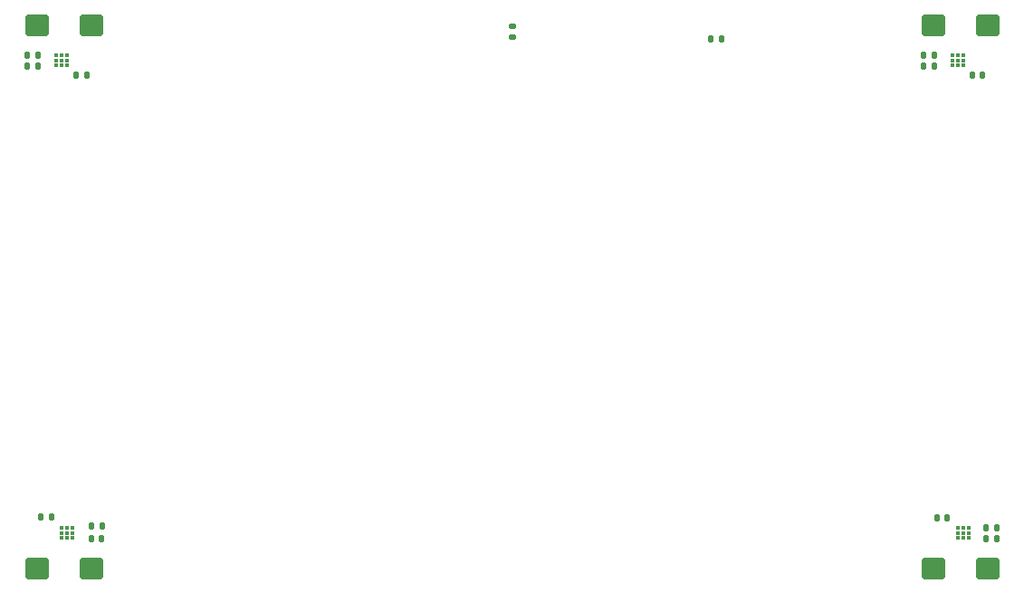
<source format=gbr>
%TF.GenerationSoftware,KiCad,Pcbnew,(5.99.0-12298-gc84619cd7f)*%
%TF.CreationDate,2021-09-28T06:55:20-06:00*%
%TF.ProjectId,VRduino 2,56526475-696e-46f2-9032-2e6b69636164,D*%
%TF.SameCoordinates,Original*%
%TF.FileFunction,Paste,Top*%
%TF.FilePolarity,Positive*%
%FSLAX46Y46*%
G04 Gerber Fmt 4.6, Leading zero omitted, Abs format (unit mm)*
G04 Created by KiCad (PCBNEW (5.99.0-12298-gc84619cd7f)) date 2021-09-28 06:55:20*
%MOMM*%
%LPD*%
G01*
G04 APERTURE LIST*
G04 Aperture macros list*
%AMRoundRect*
0 Rectangle with rounded corners*
0 $1 Rounding radius*
0 $2 $3 $4 $5 $6 $7 $8 $9 X,Y pos of 4 corners*
0 Add a 4 corners polygon primitive as box body*
4,1,4,$2,$3,$4,$5,$6,$7,$8,$9,$2,$3,0*
0 Add four circle primitives for the rounded corners*
1,1,$1+$1,$2,$3*
1,1,$1+$1,$4,$5*
1,1,$1+$1,$6,$7*
1,1,$1+$1,$8,$9*
0 Add four rect primitives between the rounded corners*
20,1,$1+$1,$2,$3,$4,$5,0*
20,1,$1+$1,$4,$5,$6,$7,0*
20,1,$1+$1,$6,$7,$8,$9,0*
20,1,$1+$1,$8,$9,$2,$3,0*%
G04 Aperture macros list end*
%ADD10C,0.368400*%
%ADD11RoundRect,0.140000X-0.140000X-0.170000X0.140000X-0.170000X0.140000X0.170000X-0.140000X0.170000X0*%
%ADD12RoundRect,0.140000X0.140000X0.170000X-0.140000X0.170000X-0.140000X-0.170000X0.140000X-0.170000X0*%
%ADD13RoundRect,0.250000X-0.850000X-0.750000X0.850000X-0.750000X0.850000X0.750000X-0.850000X0.750000X0*%
%ADD14RoundRect,0.250000X0.850000X0.750000X-0.850000X0.750000X-0.850000X-0.750000X0.850000X-0.750000X0*%
%ADD15RoundRect,0.135000X-0.135000X-0.185000X0.135000X-0.185000X0.135000X0.185000X-0.135000X0.185000X0*%
%ADD16RoundRect,0.135000X0.135000X0.185000X-0.135000X0.185000X-0.135000X-0.185000X0.135000X-0.185000X0*%
%ADD17RoundRect,0.147500X-0.172500X0.147500X-0.172500X-0.147500X0.172500X-0.147500X0.172500X0.147500X0*%
G04 APERTURE END LIST*
D10*
%TO.C,U3*%
X114816000Y-70112000D03*
X115316000Y-70112000D03*
X115816000Y-70112000D03*
X114816000Y-70612000D03*
X115316000Y-70612000D03*
X115816000Y-70612000D03*
X114816000Y-71112000D03*
X115316000Y-71112000D03*
X115816000Y-71112000D03*
%TD*%
%TO.C,U1*%
X198644000Y-70112000D03*
X199144000Y-70112000D03*
X199644000Y-70112000D03*
X198644000Y-70612000D03*
X199144000Y-70612000D03*
X199644000Y-70612000D03*
X198644000Y-71112000D03*
X199144000Y-71112000D03*
X199644000Y-71112000D03*
%TD*%
%TO.C,U2*%
X200144000Y-115308000D03*
X199644000Y-115308000D03*
X199144000Y-115308000D03*
X200144000Y-114808000D03*
X199644000Y-114808000D03*
X199144000Y-114808000D03*
X200144000Y-114308000D03*
X199644000Y-114308000D03*
X199144000Y-114308000D03*
%TD*%
%TO.C,U4*%
X116324000Y-115308000D03*
X115824000Y-115308000D03*
X115324000Y-115308000D03*
X116324000Y-114808000D03*
X115824000Y-114808000D03*
X115324000Y-114808000D03*
X116324000Y-114308000D03*
X115824000Y-114308000D03*
X115324000Y-114308000D03*
%TD*%
D11*
%TO.C,C6*%
X116741000Y-72009000D03*
X117701000Y-72009000D03*
%TD*%
%TO.C,C7*%
X118138000Y-115316000D03*
X119098000Y-115316000D03*
%TD*%
D12*
%TO.C,C8*%
X114399000Y-113284000D03*
X113439000Y-113284000D03*
%TD*%
%TO.C,C1*%
X196949000Y-70104000D03*
X195989000Y-70104000D03*
%TD*%
D11*
%TO.C,C2*%
X200533000Y-72009000D03*
X201493000Y-72009000D03*
%TD*%
%TO.C,C3*%
X201831000Y-115316000D03*
X202791000Y-115316000D03*
%TD*%
D12*
%TO.C,C4*%
X198191000Y-113411000D03*
X197231000Y-113411000D03*
%TD*%
D13*
%TO.C,D4*%
X113030000Y-67310000D03*
X118110000Y-67310000D03*
%TD*%
D14*
%TO.C,D5*%
X118110000Y-118110000D03*
X113030000Y-118110000D03*
%TD*%
D13*
%TO.C,D2*%
X196850000Y-67310000D03*
X201930000Y-67310000D03*
%TD*%
D14*
%TO.C,D3*%
X201930000Y-118110000D03*
X196850000Y-118110000D03*
%TD*%
D15*
%TO.C,R1*%
X176020000Y-68580000D03*
X177040000Y-68580000D03*
%TD*%
D16*
%TO.C,R4*%
X113159000Y-71120000D03*
X112139000Y-71120000D03*
%TD*%
D15*
%TO.C,R5*%
X118108000Y-114173000D03*
X119128000Y-114173000D03*
%TD*%
D16*
%TO.C,R2*%
X196979000Y-71120000D03*
X195959000Y-71120000D03*
%TD*%
D15*
%TO.C,R3*%
X201801000Y-114300000D03*
X202821000Y-114300000D03*
%TD*%
D12*
%TO.C,C5*%
X113129000Y-70104000D03*
X112169000Y-70104000D03*
%TD*%
D17*
%TO.C,D1*%
X157480000Y-67460000D03*
X157480000Y-68430000D03*
%TD*%
M02*

</source>
